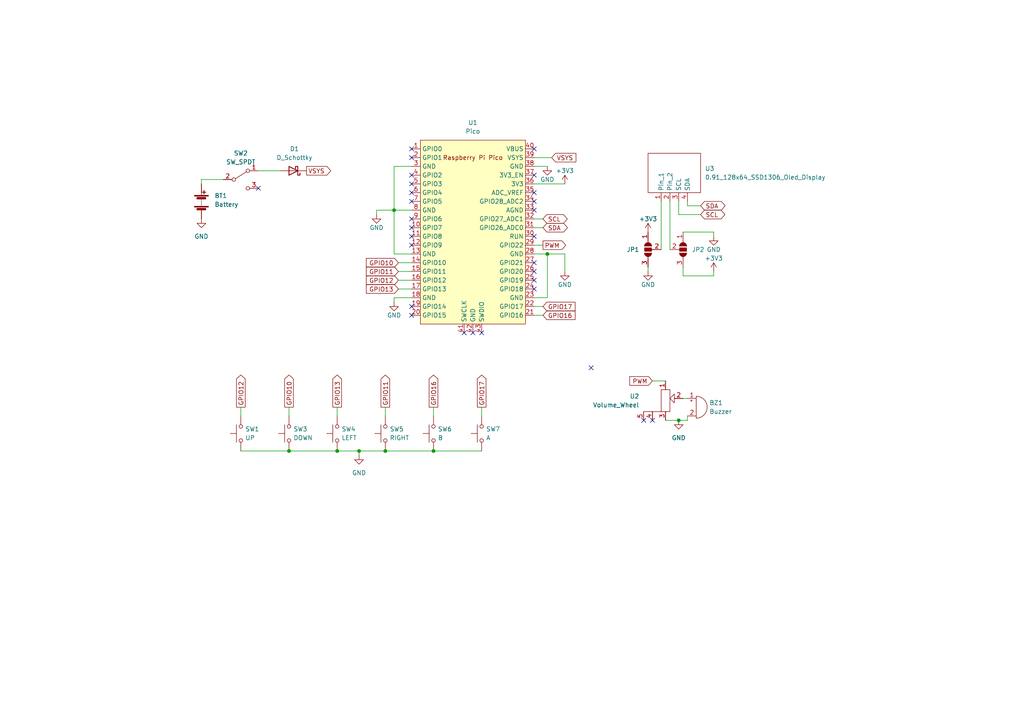
<source format=kicad_sch>
(kicad_sch (version 20211123) (generator eeschema)

  (uuid e63e39d7-6ac0-4ffd-8aa3-1841a4541b55)

  (paper "A4")

  (lib_symbols
    (symbol "0.91_128x64_SSD1306_Oled_Display:0.91_128x64_SSD1306_Oled_Display" (in_bom yes) (on_board yes)
      (property "Reference" "U" (id 0) (at 0 10.16 0)
        (effects (font (size 1.27 1.27)))
      )
      (property "Value" "0.91_128x64_SSD1306_Oled_Display" (id 1) (at 0 7.62 0)
        (effects (font (size 1.27 1.27)))
      )
      (property "Footprint" "" (id 2) (at 0 7.62 0)
        (effects (font (size 1.27 1.27)) hide)
      )
      (property "Datasheet" "" (id 3) (at 0 7.62 0)
        (effects (font (size 1.27 1.27)) hide)
      )
      (symbol "0.91_128x64_SSD1306_Oled_Display_0_1"
        (rectangle (start -7.62 5.08) (end 7.62 -6.35)
          (stroke (width 0) (type default) (color 0 0 0 0))
          (fill (type none))
        )
      )
      (symbol "0.91_128x64_SSD1306_Oled_Display_1_1"
        (pin power_in line (at -3.81 -8.89 90) (length 2.54)
          (name "Pin_1" (effects (font (size 1.27 1.27))))
          (number "1" (effects (font (size 1.27 1.27))))
        )
        (pin power_in line (at -1.27 -8.89 90) (length 2.54)
          (name "Pin_2" (effects (font (size 1.27 1.27))))
          (number "2" (effects (font (size 1.27 1.27))))
        )
        (pin input line (at 1.27 -8.89 90) (length 2.54)
          (name "SCL" (effects (font (size 1.27 1.27))))
          (number "3" (effects (font (size 1.27 1.27))))
        )
        (pin input line (at 3.81 -8.89 90) (length 2.54)
          (name "SDA" (effects (font (size 1.27 1.27))))
          (number "4" (effects (font (size 1.27 1.27))))
        )
      )
    )
    (symbol "Device:Battery" (pin_numbers hide) (pin_names (offset 0) hide) (in_bom yes) (on_board yes)
      (property "Reference" "BT" (id 0) (at 2.54 2.54 0)
        (effects (font (size 1.27 1.27)) (justify left))
      )
      (property "Value" "Battery" (id 1) (at 2.54 0 0)
        (effects (font (size 1.27 1.27)) (justify left))
      )
      (property "Footprint" "" (id 2) (at 0 1.524 90)
        (effects (font (size 1.27 1.27)) hide)
      )
      (property "Datasheet" "~" (id 3) (at 0 1.524 90)
        (effects (font (size 1.27 1.27)) hide)
      )
      (property "ki_keywords" "batt voltage-source cell" (id 4) (at 0 0 0)
        (effects (font (size 1.27 1.27)) hide)
      )
      (property "ki_description" "Multiple-cell battery" (id 5) (at 0 0 0)
        (effects (font (size 1.27 1.27)) hide)
      )
      (symbol "Battery_0_1"
        (rectangle (start -2.032 -1.397) (end 2.032 -1.651)
          (stroke (width 0) (type default) (color 0 0 0 0))
          (fill (type outline))
        )
        (rectangle (start -2.032 1.778) (end 2.032 1.524)
          (stroke (width 0) (type default) (color 0 0 0 0))
          (fill (type outline))
        )
        (rectangle (start -1.3208 -1.9812) (end 1.27 -2.4892)
          (stroke (width 0) (type default) (color 0 0 0 0))
          (fill (type outline))
        )
        (rectangle (start -1.3208 1.1938) (end 1.27 0.6858)
          (stroke (width 0) (type default) (color 0 0 0 0))
          (fill (type outline))
        )
        (polyline
          (pts
            (xy 0 -1.524)
            (xy 0 -1.27)
          )
          (stroke (width 0) (type default) (color 0 0 0 0))
          (fill (type none))
        )
        (polyline
          (pts
            (xy 0 -1.016)
            (xy 0 -0.762)
          )
          (stroke (width 0) (type default) (color 0 0 0 0))
          (fill (type none))
        )
        (polyline
          (pts
            (xy 0 -0.508)
            (xy 0 -0.254)
          )
          (stroke (width 0) (type default) (color 0 0 0 0))
          (fill (type none))
        )
        (polyline
          (pts
            (xy 0 0)
            (xy 0 0.254)
          )
          (stroke (width 0) (type default) (color 0 0 0 0))
          (fill (type none))
        )
        (polyline
          (pts
            (xy 0 0.508)
            (xy 0 0.762)
          )
          (stroke (width 0) (type default) (color 0 0 0 0))
          (fill (type none))
        )
        (polyline
          (pts
            (xy 0 1.778)
            (xy 0 2.54)
          )
          (stroke (width 0) (type default) (color 0 0 0 0))
          (fill (type none))
        )
        (polyline
          (pts
            (xy 0.254 2.667)
            (xy 1.27 2.667)
          )
          (stroke (width 0.254) (type default) (color 0 0 0 0))
          (fill (type none))
        )
        (polyline
          (pts
            (xy 0.762 3.175)
            (xy 0.762 2.159)
          )
          (stroke (width 0.254) (type default) (color 0 0 0 0))
          (fill (type none))
        )
      )
      (symbol "Battery_1_1"
        (pin passive line (at 0 5.08 270) (length 2.54)
          (name "+" (effects (font (size 1.27 1.27))))
          (number "1" (effects (font (size 1.27 1.27))))
        )
        (pin passive line (at 0 -5.08 90) (length 2.54)
          (name "-" (effects (font (size 1.27 1.27))))
          (number "2" (effects (font (size 1.27 1.27))))
        )
      )
    )
    (symbol "Device:Buzzer" (pin_names (offset 0.0254) hide) (in_bom yes) (on_board yes)
      (property "Reference" "BZ" (id 0) (at 3.81 1.27 0)
        (effects (font (size 1.27 1.27)) (justify left))
      )
      (property "Value" "Buzzer" (id 1) (at 3.81 -1.27 0)
        (effects (font (size 1.27 1.27)) (justify left))
      )
      (property "Footprint" "" (id 2) (at -0.635 2.54 90)
        (effects (font (size 1.27 1.27)) hide)
      )
      (property "Datasheet" "~" (id 3) (at -0.635 2.54 90)
        (effects (font (size 1.27 1.27)) hide)
      )
      (property "ki_keywords" "quartz resonator ceramic" (id 4) (at 0 0 0)
        (effects (font (size 1.27 1.27)) hide)
      )
      (property "ki_description" "Buzzer, polarized" (id 5) (at 0 0 0)
        (effects (font (size 1.27 1.27)) hide)
      )
      (property "ki_fp_filters" "*Buzzer*" (id 6) (at 0 0 0)
        (effects (font (size 1.27 1.27)) hide)
      )
      (symbol "Buzzer_0_1"
        (arc (start 0 -3.175) (mid 3.175 0) (end 0 3.175)
          (stroke (width 0) (type default) (color 0 0 0 0))
          (fill (type none))
        )
        (polyline
          (pts
            (xy -1.651 1.905)
            (xy -1.143 1.905)
          )
          (stroke (width 0) (type default) (color 0 0 0 0))
          (fill (type none))
        )
        (polyline
          (pts
            (xy -1.397 2.159)
            (xy -1.397 1.651)
          )
          (stroke (width 0) (type default) (color 0 0 0 0))
          (fill (type none))
        )
        (polyline
          (pts
            (xy 0 3.175)
            (xy 0 -3.175)
          )
          (stroke (width 0) (type default) (color 0 0 0 0))
          (fill (type none))
        )
      )
      (symbol "Buzzer_1_1"
        (pin passive line (at -2.54 2.54 0) (length 2.54)
          (name "-" (effects (font (size 1.27 1.27))))
          (number "1" (effects (font (size 1.27 1.27))))
        )
        (pin passive line (at -2.54 -2.54 0) (length 2.54)
          (name "+" (effects (font (size 1.27 1.27))))
          (number "2" (effects (font (size 1.27 1.27))))
        )
      )
    )
    (symbol "Device:D_Schottky" (pin_numbers hide) (pin_names (offset 1.016) hide) (in_bom yes) (on_board yes)
      (property "Reference" "D" (id 0) (at 0 2.54 0)
        (effects (font (size 1.27 1.27)))
      )
      (property "Value" "D_Schottky" (id 1) (at 0 -2.54 0)
        (effects (font (size 1.27 1.27)))
      )
      (property "Footprint" "" (id 2) (at 0 0 0)
        (effects (font (size 1.27 1.27)) hide)
      )
      (property "Datasheet" "~" (id 3) (at 0 0 0)
        (effects (font (size 1.27 1.27)) hide)
      )
      (property "ki_keywords" "diode Schottky" (id 4) (at 0 0 0)
        (effects (font (size 1.27 1.27)) hide)
      )
      (property "ki_description" "Schottky diode" (id 5) (at 0 0 0)
        (effects (font (size 1.27 1.27)) hide)
      )
      (property "ki_fp_filters" "TO-???* *_Diode_* *SingleDiode* D_*" (id 6) (at 0 0 0)
        (effects (font (size 1.27 1.27)) hide)
      )
      (symbol "D_Schottky_0_1"
        (polyline
          (pts
            (xy 1.27 0)
            (xy -1.27 0)
          )
          (stroke (width 0) (type default) (color 0 0 0 0))
          (fill (type none))
        )
        (polyline
          (pts
            (xy 1.27 1.27)
            (xy 1.27 -1.27)
            (xy -1.27 0)
            (xy 1.27 1.27)
          )
          (stroke (width 0.254) (type default) (color 0 0 0 0))
          (fill (type none))
        )
        (polyline
          (pts
            (xy -1.905 0.635)
            (xy -1.905 1.27)
            (xy -1.27 1.27)
            (xy -1.27 -1.27)
            (xy -0.635 -1.27)
            (xy -0.635 -0.635)
          )
          (stroke (width 0.254) (type default) (color 0 0 0 0))
          (fill (type none))
        )
      )
      (symbol "D_Schottky_1_1"
        (pin passive line (at -3.81 0 0) (length 2.54)
          (name "K" (effects (font (size 1.27 1.27))))
          (number "1" (effects (font (size 1.27 1.27))))
        )
        (pin passive line (at 3.81 0 180) (length 2.54)
          (name "A" (effects (font (size 1.27 1.27))))
          (number "2" (effects (font (size 1.27 1.27))))
        )
      )
    )
    (symbol "Jumper:SolderJumper_3_Open" (pin_names (offset 0) hide) (in_bom yes) (on_board yes)
      (property "Reference" "JP" (id 0) (at -2.54 -2.54 0)
        (effects (font (size 1.27 1.27)))
      )
      (property "Value" "SolderJumper_3_Open" (id 1) (at 0 2.794 0)
        (effects (font (size 1.27 1.27)))
      )
      (property "Footprint" "" (id 2) (at 0 0 0)
        (effects (font (size 1.27 1.27)) hide)
      )
      (property "Datasheet" "~" (id 3) (at 0 0 0)
        (effects (font (size 1.27 1.27)) hide)
      )
      (property "ki_keywords" "Solder Jumper SPDT" (id 4) (at 0 0 0)
        (effects (font (size 1.27 1.27)) hide)
      )
      (property "ki_description" "Solder Jumper, 3-pole, open" (id 5) (at 0 0 0)
        (effects (font (size 1.27 1.27)) hide)
      )
      (property "ki_fp_filters" "SolderJumper*Open*" (id 6) (at 0 0 0)
        (effects (font (size 1.27 1.27)) hide)
      )
      (symbol "SolderJumper_3_Open_0_1"
        (arc (start -1.016 1.016) (mid -2.032 0) (end -1.016 -1.016)
          (stroke (width 0) (type default) (color 0 0 0 0))
          (fill (type none))
        )
        (arc (start -1.016 1.016) (mid -2.032 0) (end -1.016 -1.016)
          (stroke (width 0) (type default) (color 0 0 0 0))
          (fill (type outline))
        )
        (rectangle (start -0.508 1.016) (end 0.508 -1.016)
          (stroke (width 0) (type default) (color 0 0 0 0))
          (fill (type outline))
        )
        (polyline
          (pts
            (xy -2.54 0)
            (xy -2.032 0)
          )
          (stroke (width 0) (type default) (color 0 0 0 0))
          (fill (type none))
        )
        (polyline
          (pts
            (xy -1.016 1.016)
            (xy -1.016 -1.016)
          )
          (stroke (width 0) (type default) (color 0 0 0 0))
          (fill (type none))
        )
        (polyline
          (pts
            (xy 0 -1.27)
            (xy 0 -1.016)
          )
          (stroke (width 0) (type default) (color 0 0 0 0))
          (fill (type none))
        )
        (polyline
          (pts
            (xy 1.016 1.016)
            (xy 1.016 -1.016)
          )
          (stroke (width 0) (type default) (color 0 0 0 0))
          (fill (type none))
        )
        (polyline
          (pts
            (xy 2.54 0)
            (xy 2.032 0)
          )
          (stroke (width 0) (type default) (color 0 0 0 0))
          (fill (type none))
        )
        (arc (start 1.016 -1.016) (mid 2.032 0) (end 1.016 1.016)
          (stroke (width 0) (type default) (color 0 0 0 0))
          (fill (type none))
        )
        (arc (start 1.016 -1.016) (mid 2.032 0) (end 1.016 1.016)
          (stroke (width 0) (type default) (color 0 0 0 0))
          (fill (type outline))
        )
      )
      (symbol "SolderJumper_3_Open_1_1"
        (pin passive line (at -5.08 0 0) (length 2.54)
          (name "A" (effects (font (size 1.27 1.27))))
          (number "1" (effects (font (size 1.27 1.27))))
        )
        (pin passive line (at 0 -3.81 90) (length 2.54)
          (name "C" (effects (font (size 1.27 1.27))))
          (number "2" (effects (font (size 1.27 1.27))))
        )
        (pin passive line (at 5.08 0 180) (length 2.54)
          (name "B" (effects (font (size 1.27 1.27))))
          (number "3" (effects (font (size 1.27 1.27))))
        )
      )
    )
    (symbol "MCU_RaspberryPi_and_Boards:Pico" (in_bom yes) (on_board yes)
      (property "Reference" "U" (id 0) (at -13.97 27.94 0)
        (effects (font (size 1.27 1.27)))
      )
      (property "Value" "Pico" (id 1) (at 0 19.05 0)
        (effects (font (size 1.27 1.27)))
      )
      (property "Footprint" "RPi_Pico:RPi_Pico_SMD_TH" (id 2) (at 0 0 90)
        (effects (font (size 1.27 1.27)) hide)
      )
      (property "Datasheet" "" (id 3) (at 0 0 0)
        (effects (font (size 1.27 1.27)) hide)
      )
      (symbol "Pico_0_0"
        (text "Raspberry Pi Pico" (at 0 21.59 0)
          (effects (font (size 1.27 1.27)))
        )
      )
      (symbol "Pico_0_1"
        (rectangle (start -15.24 26.67) (end 15.24 -26.67)
          (stroke (width 0) (type default) (color 0 0 0 0))
          (fill (type background))
        )
      )
      (symbol "Pico_1_1"
        (pin bidirectional line (at -17.78 24.13 0) (length 2.54)
          (name "GPIO0" (effects (font (size 1.27 1.27))))
          (number "1" (effects (font (size 1.27 1.27))))
        )
        (pin bidirectional line (at -17.78 1.27 0) (length 2.54)
          (name "GPIO7" (effects (font (size 1.27 1.27))))
          (number "10" (effects (font (size 1.27 1.27))))
        )
        (pin bidirectional line (at -17.78 -1.27 0) (length 2.54)
          (name "GPIO8" (effects (font (size 1.27 1.27))))
          (number "11" (effects (font (size 1.27 1.27))))
        )
        (pin bidirectional line (at -17.78 -3.81 0) (length 2.54)
          (name "GPIO9" (effects (font (size 1.27 1.27))))
          (number "12" (effects (font (size 1.27 1.27))))
        )
        (pin power_in line (at -17.78 -6.35 0) (length 2.54)
          (name "GND" (effects (font (size 1.27 1.27))))
          (number "13" (effects (font (size 1.27 1.27))))
        )
        (pin bidirectional line (at -17.78 -8.89 0) (length 2.54)
          (name "GPIO10" (effects (font (size 1.27 1.27))))
          (number "14" (effects (font (size 1.27 1.27))))
        )
        (pin bidirectional line (at -17.78 -11.43 0) (length 2.54)
          (name "GPIO11" (effects (font (size 1.27 1.27))))
          (number "15" (effects (font (size 1.27 1.27))))
        )
        (pin bidirectional line (at -17.78 -13.97 0) (length 2.54)
          (name "GPIO12" (effects (font (size 1.27 1.27))))
          (number "16" (effects (font (size 1.27 1.27))))
        )
        (pin bidirectional line (at -17.78 -16.51 0) (length 2.54)
          (name "GPIO13" (effects (font (size 1.27 1.27))))
          (number "17" (effects (font (size 1.27 1.27))))
        )
        (pin power_in line (at -17.78 -19.05 0) (length 2.54)
          (name "GND" (effects (font (size 1.27 1.27))))
          (number "18" (effects (font (size 1.27 1.27))))
        )
        (pin bidirectional line (at -17.78 -21.59 0) (length 2.54)
          (name "GPIO14" (effects (font (size 1.27 1.27))))
          (number "19" (effects (font (size 1.27 1.27))))
        )
        (pin bidirectional line (at -17.78 21.59 0) (length 2.54)
          (name "GPIO1" (effects (font (size 1.27 1.27))))
          (number "2" (effects (font (size 1.27 1.27))))
        )
        (pin bidirectional line (at -17.78 -24.13 0) (length 2.54)
          (name "GPIO15" (effects (font (size 1.27 1.27))))
          (number "20" (effects (font (size 1.27 1.27))))
        )
        (pin bidirectional line (at 17.78 -24.13 180) (length 2.54)
          (name "GPIO16" (effects (font (size 1.27 1.27))))
          (number "21" (effects (font (size 1.27 1.27))))
        )
        (pin bidirectional line (at 17.78 -21.59 180) (length 2.54)
          (name "GPIO17" (effects (font (size 1.27 1.27))))
          (number "22" (effects (font (size 1.27 1.27))))
        )
        (pin power_in line (at 17.78 -19.05 180) (length 2.54)
          (name "GND" (effects (font (size 1.27 1.27))))
          (number "23" (effects (font (size 1.27 1.27))))
        )
        (pin bidirectional line (at 17.78 -16.51 180) (length 2.54)
          (name "GPIO18" (effects (font (size 1.27 1.27))))
          (number "24" (effects (font (size 1.27 1.27))))
        )
        (pin bidirectional line (at 17.78 -13.97 180) (length 2.54)
          (name "GPIO19" (effects (font (size 1.27 1.27))))
          (number "25" (effects (font (size 1.27 1.27))))
        )
        (pin bidirectional line (at 17.78 -11.43 180) (length 2.54)
          (name "GPIO20" (effects (font (size 1.27 1.27))))
          (number "26" (effects (font (size 1.27 1.27))))
        )
        (pin bidirectional line (at 17.78 -8.89 180) (length 2.54)
          (name "GPIO21" (effects (font (size 1.27 1.27))))
          (number "27" (effects (font (size 1.27 1.27))))
        )
        (pin power_in line (at 17.78 -6.35 180) (length 2.54)
          (name "GND" (effects (font (size 1.27 1.27))))
          (number "28" (effects (font (size 1.27 1.27))))
        )
        (pin bidirectional line (at 17.78 -3.81 180) (length 2.54)
          (name "GPIO22" (effects (font (size 1.27 1.27))))
          (number "29" (effects (font (size 1.27 1.27))))
        )
        (pin power_in line (at -17.78 19.05 0) (length 2.54)
          (name "GND" (effects (font (size 1.27 1.27))))
          (number "3" (effects (font (size 1.27 1.27))))
        )
        (pin input line (at 17.78 -1.27 180) (length 2.54)
          (name "RUN" (effects (font (size 1.27 1.27))))
          (number "30" (effects (font (size 1.27 1.27))))
        )
        (pin bidirectional line (at 17.78 1.27 180) (length 2.54)
          (name "GPIO26_ADC0" (effects (font (size 1.27 1.27))))
          (number "31" (effects (font (size 1.27 1.27))))
        )
        (pin bidirectional line (at 17.78 3.81 180) (length 2.54)
          (name "GPIO27_ADC1" (effects (font (size 1.27 1.27))))
          (number "32" (effects (font (size 1.27 1.27))))
        )
        (pin power_in line (at 17.78 6.35 180) (length 2.54)
          (name "AGND" (effects (font (size 1.27 1.27))))
          (number "33" (effects (font (size 1.27 1.27))))
        )
        (pin bidirectional line (at 17.78 8.89 180) (length 2.54)
          (name "GPIO28_ADC2" (effects (font (size 1.27 1.27))))
          (number "34" (effects (font (size 1.27 1.27))))
        )
        (pin power_in line (at 17.78 11.43 180) (length 2.54)
          (name "ADC_VREF" (effects (font (size 1.27 1.27))))
          (number "35" (effects (font (size 1.27 1.27))))
        )
        (pin power_in line (at 17.78 13.97 180) (length 2.54)
          (name "3V3" (effects (font (size 1.27 1.27))))
          (number "36" (effects (font (size 1.27 1.27))))
        )
        (pin input line (at 17.78 16.51 180) (length 2.54)
          (name "3V3_EN" (effects (font (size 1.27 1.27))))
          (number "37" (effects (font (size 1.27 1.27))))
        )
        (pin bidirectional line (at 17.78 19.05 180) (length 2.54)
          (name "GND" (effects (font (size 1.27 1.27))))
          (number "38" (effects (font (size 1.27 1.27))))
        )
        (pin power_in line (at 17.78 21.59 180) (length 2.54)
          (name "VSYS" (effects (font (size 1.27 1.27))))
          (number "39" (effects (font (size 1.27 1.27))))
        )
        (pin bidirectional line (at -17.78 16.51 0) (length 2.54)
          (name "GPIO2" (effects (font (size 1.27 1.27))))
          (number "4" (effects (font (size 1.27 1.27))))
        )
        (pin power_in line (at 17.78 24.13 180) (length 2.54)
          (name "VBUS" (effects (font (size 1.27 1.27))))
          (number "40" (effects (font (size 1.27 1.27))))
        )
        (pin input line (at -2.54 -29.21 90) (length 2.54)
          (name "SWCLK" (effects (font (size 1.27 1.27))))
          (number "41" (effects (font (size 1.27 1.27))))
        )
        (pin power_in line (at 0 -29.21 90) (length 2.54)
          (name "GND" (effects (font (size 1.27 1.27))))
          (number "42" (effects (font (size 1.27 1.27))))
        )
        (pin bidirectional line (at 2.54 -29.21 90) (length 2.54)
          (name "SWDIO" (effects (font (size 1.27 1.27))))
          (number "43" (effects (font (size 1.27 1.27))))
        )
        (pin bidirectional line (at -17.78 13.97 0) (length 2.54)
          (name "GPIO3" (effects (font (size 1.27 1.27))))
          (number "5" (effects (font (size 1.27 1.27))))
        )
        (pin bidirectional line (at -17.78 11.43 0) (length 2.54)
          (name "GPIO4" (effects (font (size 1.27 1.27))))
          (number "6" (effects (font (size 1.27 1.27))))
        )
        (pin bidirectional line (at -17.78 8.89 0) (length 2.54)
          (name "GPIO5" (effects (font (size 1.27 1.27))))
          (number "7" (effects (font (size 1.27 1.27))))
        )
        (pin power_in line (at -17.78 6.35 0) (length 2.54)
          (name "GND" (effects (font (size 1.27 1.27))))
          (number "8" (effects (font (size 1.27 1.27))))
        )
        (pin bidirectional line (at -17.78 3.81 0) (length 2.54)
          (name "GPIO6" (effects (font (size 1.27 1.27))))
          (number "9" (effects (font (size 1.27 1.27))))
        )
      )
    )
    (symbol "Switch:SW_Push" (pin_numbers hide) (pin_names (offset 1.016) hide) (in_bom yes) (on_board yes)
      (property "Reference" "SW" (id 0) (at 1.27 2.54 0)
        (effects (font (size 1.27 1.27)) (justify left))
      )
      (property "Value" "SW_Push" (id 1) (at 0 -1.524 0)
        (effects (font (size 1.27 1.27)))
      )
      (property "Footprint" "" (id 2) (at 0 5.08 0)
        (effects (font (size 1.27 1.27)) hide)
      )
      (property "Datasheet" "~" (id 3) (at 0 5.08 0)
        (effects (font (size 1.27 1.27)) hide)
      )
      (property "ki_keywords" "switch normally-open pushbutton push-button" (id 4) (at 0 0 0)
        (effects (font (size 1.27 1.27)) hide)
      )
      (property "ki_description" "Push button switch, generic, two pins" (id 5) (at 0 0 0)
        (effects (font (size 1.27 1.27)) hide)
      )
      (symbol "SW_Push_0_1"
        (circle (center -2.032 0) (radius 0.508)
          (stroke (width 0) (type default) (color 0 0 0 0))
          (fill (type none))
        )
        (polyline
          (pts
            (xy 0 1.27)
            (xy 0 3.048)
          )
          (stroke (width 0) (type default) (color 0 0 0 0))
          (fill (type none))
        )
        (polyline
          (pts
            (xy 2.54 1.27)
            (xy -2.54 1.27)
          )
          (stroke (width 0) (type default) (color 0 0 0 0))
          (fill (type none))
        )
        (circle (center 2.032 0) (radius 0.508)
          (stroke (width 0) (type default) (color 0 0 0 0))
          (fill (type none))
        )
        (pin passive line (at -5.08 0 0) (length 2.54)
          (name "1" (effects (font (size 1.27 1.27))))
          (number "1" (effects (font (size 1.27 1.27))))
        )
        (pin passive line (at 5.08 0 180) (length 2.54)
          (name "2" (effects (font (size 1.27 1.27))))
          (number "2" (effects (font (size 1.27 1.27))))
        )
      )
    )
    (symbol "Switch:SW_SPDT" (pin_names (offset 0) hide) (in_bom yes) (on_board yes)
      (property "Reference" "SW" (id 0) (at 0 4.318 0)
        (effects (font (size 1.27 1.27)))
      )
      (property "Value" "SW_SPDT" (id 1) (at 0 -5.08 0)
        (effects (font (size 1.27 1.27)))
      )
      (property "Footprint" "" (id 2) (at 0 0 0)
        (effects (font (size 1.27 1.27)) hide)
      )
      (property "Datasheet" "~" (id 3) (at 0 0 0)
        (effects (font (size 1.27 1.27)) hide)
      )
      (property "ki_keywords" "switch single-pole double-throw spdt ON-ON" (id 4) (at 0 0 0)
        (effects (font (size 1.27 1.27)) hide)
      )
      (property "ki_description" "Switch, single pole double throw" (id 5) (at 0 0 0)
        (effects (font (size 1.27 1.27)) hide)
      )
      (symbol "SW_SPDT_0_0"
        (circle (center -2.032 0) (radius 0.508)
          (stroke (width 0) (type default) (color 0 0 0 0))
          (fill (type none))
        )
        (circle (center 2.032 -2.54) (radius 0.508)
          (stroke (width 0) (type default) (color 0 0 0 0))
          (fill (type none))
        )
      )
      (symbol "SW_SPDT_0_1"
        (polyline
          (pts
            (xy -1.524 0.254)
            (xy 1.651 2.286)
          )
          (stroke (width 0) (type default) (color 0 0 0 0))
          (fill (type none))
        )
        (circle (center 2.032 2.54) (radius 0.508)
          (stroke (width 0) (type default) (color 0 0 0 0))
          (fill (type none))
        )
      )
      (symbol "SW_SPDT_1_1"
        (pin passive line (at 5.08 2.54 180) (length 2.54)
          (name "A" (effects (font (size 1.27 1.27))))
          (number "1" (effects (font (size 1.27 1.27))))
        )
        (pin passive line (at -5.08 0 0) (length 2.54)
          (name "B" (effects (font (size 1.27 1.27))))
          (number "2" (effects (font (size 1.27 1.27))))
        )
        (pin passive line (at 5.08 -2.54 180) (length 2.54)
          (name "C" (effects (font (size 1.27 1.27))))
          (number "3" (effects (font (size 1.27 1.27))))
        )
      )
    )
    (symbol "Volume_Wheel:Volume_Wheel" (in_bom yes) (on_board yes)
      (property "Reference" "U" (id 0) (at 8.89 -7.62 0)
        (effects (font (size 1.27 1.27)))
      )
      (property "Value" "Volume_Wheel" (id 1) (at 8.89 -10.16 0)
        (effects (font (size 1.27 1.27)))
      )
      (property "Footprint" "" (id 2) (at 0 0 0)
        (effects (font (size 1.27 1.27)) hide)
      )
      (property "Datasheet" "" (id 3) (at 0 0 0)
        (effects (font (size 1.27 1.27)) hide)
      )
      (symbol "Volume_Wheel_0_1"
        (rectangle (start -1.27 -5.08) (end 1.27 -11.43)
          (stroke (width 0) (type default) (color 0 0 0 0))
          (fill (type none))
        )
        (polyline
          (pts
            (xy 1.27 -11.43)
            (xy 6.35 -11.43)
          )
          (stroke (width 0) (type default) (color 0 0 0 0))
          (fill (type none))
        )
        (polyline
          (pts
            (xy -2.54 -6.35)
            (xy -1.27 -7.62)
            (xy -2.54 -8.89)
            (xy -2.54 -7.62)
            (xy -2.54 -6.35)
          )
          (stroke (width 0) (type default) (color 0 0 0 0))
          (fill (type none))
        )
      )
      (symbol "Volume_Wheel_1_1"
        (pin passive line (at 0 -2.54 270) (length 2.54)
          (name "" (effects (font (size 1.27 1.27))))
          (number "1" (effects (font (size 1.27 1.27))))
        )
        (pin passive line (at -5.08 -7.62 0) (length 2.54)
          (name "" (effects (font (size 1.27 1.27))))
          (number "2" (effects (font (size 1.27 1.27))))
        )
        (pin passive line (at 0 -13.97 90) (length 2.54)
          (name "" (effects (font (size 1.27 1.27))))
          (number "3" (effects (font (size 1.27 1.27))))
        )
        (pin passive line (at 3.81 -13.97 90) (length 2.54)
          (name "" (effects (font (size 1.27 1.27))))
          (number "4" (effects (font (size 1.27 1.27))))
        )
        (pin passive line (at 6.35 -13.97 90) (length 2.54)
          (name "" (effects (font (size 1.27 1.27))))
          (number "5" (effects (font (size 1.27 1.27))))
        )
      )
    )
    (symbol "power:+3V3" (power) (pin_names (offset 0)) (in_bom yes) (on_board yes)
      (property "Reference" "#PWR" (id 0) (at 0 -3.81 0)
        (effects (font (size 1.27 1.27)) hide)
      )
      (property "Value" "+3V3" (id 1) (at 0 3.556 0)
        (effects (font (size 1.27 1.27)))
      )
      (property "Footprint" "" (id 2) (at 0 0 0)
        (effects (font (size 1.27 1.27)) hide)
      )
      (property "Datasheet" "" (id 3) (at 0 0 0)
        (effects (font (size 1.27 1.27)) hide)
      )
      (property "ki_keywords" "power-flag" (id 4) (at 0 0 0)
        (effects (font (size 1.27 1.27)) hide)
      )
      (property "ki_description" "Power symbol creates a global label with name \"+3V3\"" (id 5) (at 0 0 0)
        (effects (font (size 1.27 1.27)) hide)
      )
      (symbol "+3V3_0_1"
        (polyline
          (pts
            (xy -0.762 1.27)
            (xy 0 2.54)
          )
          (stroke (width 0) (type default) (color 0 0 0 0))
          (fill (type none))
        )
        (polyline
          (pts
            (xy 0 0)
            (xy 0 2.54)
          )
          (stroke (width 0) (type default) (color 0 0 0 0))
          (fill (type none))
        )
        (polyline
          (pts
            (xy 0 2.54)
            (xy 0.762 1.27)
          )
          (stroke (width 0) (type default) (color 0 0 0 0))
          (fill (type none))
        )
      )
      (symbol "+3V3_1_1"
        (pin power_in line (at 0 0 90) (length 0) hide
          (name "+3V3" (effects (font (size 1.27 1.27))))
          (number "1" (effects (font (size 1.27 1.27))))
        )
      )
    )
    (symbol "power:GND" (power) (pin_names (offset 0)) (in_bom yes) (on_board yes)
      (property "Reference" "#PWR" (id 0) (at 0 -6.35 0)
        (effects (font (size 1.27 1.27)) hide)
      )
      (property "Value" "GND" (id 1) (at 0 -3.81 0)
        (effects (font (size 1.27 1.27)))
      )
      (property "Footprint" "" (id 2) (at 0 0 0)
        (effects (font (size 1.27 1.27)) hide)
      )
      (property "Datasheet" "" (id 3) (at 0 0 0)
        (effects (font (size 1.27 1.27)) hide)
      )
      (property "ki_keywords" "power-flag" (id 4) (at 0 0 0)
        (effects (font (size 1.27 1.27)) hide)
      )
      (property "ki_description" "Power symbol creates a global label with name \"GND\" , ground" (id 5) (at 0 0 0)
        (effects (font (size 1.27 1.27)) hide)
      )
      (symbol "GND_0_1"
        (polyline
          (pts
            (xy 0 0)
            (xy 0 -1.27)
            (xy 1.27 -1.27)
            (xy 0 -2.54)
            (xy -1.27 -1.27)
            (xy 0 -1.27)
          )
          (stroke (width 0) (type default) (color 0 0 0 0))
          (fill (type none))
        )
      )
      (symbol "GND_1_1"
        (pin power_in line (at 0 0 270) (length 0) hide
          (name "GND" (effects (font (size 1.27 1.27))))
          (number "1" (effects (font (size 1.27 1.27))))
        )
      )
    )
  )

  (junction (at 125.73 130.81) (diameter 0) (color 0 0 0 0)
    (uuid 30ecfcb0-3aec-463f-80b8-033939df41c1)
  )
  (junction (at 83.82 130.81) (diameter 0) (color 0 0 0 0)
    (uuid 45858cb8-95c3-4566-b84f-f797c699e693)
  )
  (junction (at 196.85 121.92) (diameter 0) (color 0 0 0 0)
    (uuid 627b6599-eb4a-41e3-93be-27f9acd95e57)
  )
  (junction (at 158.75 73.66) (diameter 0) (color 0 0 0 0)
    (uuid 6ee9df19-b562-49a1-9f8e-720001478a2e)
  )
  (junction (at 104.14 130.81) (diameter 0) (color 0 0 0 0)
    (uuid 92d4943e-0697-4ad9-b37f-ee97afc4ea2d)
  )
  (junction (at 114.3 60.96) (diameter 0) (color 0 0 0 0)
    (uuid 9e416383-b9f6-4ed3-9baf-015520570708)
  )
  (junction (at 97.79 130.81) (diameter 0) (color 0 0 0 0)
    (uuid bd79425a-9369-4624-a5a8-912ac9a71c42)
  )
  (junction (at 111.76 130.81) (diameter 0) (color 0 0 0 0)
    (uuid cbea590c-57f9-4093-bec2-23e0f12359de)
  )

  (no_connect (at 171.45 106.68) (uuid 470d0828-9b26-495b-a9f0-cda7285aedb7))
  (no_connect (at 139.7 96.52) (uuid 470d0828-9b26-495b-a9f0-cda7285aedb8))
  (no_connect (at 137.16 96.52) (uuid 470d0828-9b26-495b-a9f0-cda7285aedb9))
  (no_connect (at 134.62 96.52) (uuid 470d0828-9b26-495b-a9f0-cda7285aedba))
  (no_connect (at 74.93 54.61) (uuid 470d0828-9b26-495b-a9f0-cda7285aedbb))
  (no_connect (at 119.38 63.5) (uuid 61f51941-8eb0-4f97-99f5-cdfbd5d641f4))
  (no_connect (at 119.38 66.04) (uuid 61f51941-8eb0-4f97-99f5-cdfbd5d641f5))
  (no_connect (at 119.38 68.58) (uuid 61f51941-8eb0-4f97-99f5-cdfbd5d641f6))
  (no_connect (at 119.38 71.12) (uuid 61f51941-8eb0-4f97-99f5-cdfbd5d641f7))
  (no_connect (at 119.38 55.88) (uuid 61f51941-8eb0-4f97-99f5-cdfbd5d641f8))
  (no_connect (at 119.38 58.42) (uuid 61f51941-8eb0-4f97-99f5-cdfbd5d641f9))
  (no_connect (at 119.38 53.34) (uuid 61f51941-8eb0-4f97-99f5-cdfbd5d641fa))
  (no_connect (at 119.38 50.8) (uuid 61f51941-8eb0-4f97-99f5-cdfbd5d641fb))
  (no_connect (at 119.38 45.72) (uuid 6901bbe1-2175-4af2-b2de-4adc0350b9a5))
  (no_connect (at 119.38 43.18) (uuid 6901bbe1-2175-4af2-b2de-4adc0350b9a6))
  (no_connect (at 154.94 50.8) (uuid 874901d1-e888-453c-a833-687772a576d9))
  (no_connect (at 154.94 43.18) (uuid 874901d1-e888-453c-a833-687772a576da))
  (no_connect (at 154.94 68.58) (uuid 98154ace-16e6-4afd-ba20-8ef50a27256e))
  (no_connect (at 154.94 60.96) (uuid 98154ace-16e6-4afd-ba20-8ef50a27256f))
  (no_connect (at 154.94 58.42) (uuid 98154ace-16e6-4afd-ba20-8ef50a272570))
  (no_connect (at 154.94 55.88) (uuid 98154ace-16e6-4afd-ba20-8ef50a272571))
  (no_connect (at 119.38 88.9) (uuid 98154ace-16e6-4afd-ba20-8ef50a272572))
  (no_connect (at 119.38 91.44) (uuid 98154ace-16e6-4afd-ba20-8ef50a272573))
  (no_connect (at 154.94 83.82) (uuid a0f1b528-9fd4-430c-a454-81b9396b5c5f))
  (no_connect (at 154.94 81.28) (uuid a0f1b528-9fd4-430c-a454-81b9396b5c60))
  (no_connect (at 154.94 76.2) (uuid a0f1b528-9fd4-430c-a454-81b9396b5c61))
  (no_connect (at 154.94 78.74) (uuid a0f1b528-9fd4-430c-a454-81b9396b5c62))
  (no_connect (at 189.23 121.92) (uuid b4f03842-3dba-4879-87be-f3b581b575c5))
  (no_connect (at 186.69 121.92) (uuid b4f03842-3dba-4879-87be-f3b581b575c6))

  (wire (pts (xy 154.94 71.12) (xy 157.48 71.12))
    (stroke (width 0) (type default) (color 0 0 0 0))
    (uuid 02bf9828-0d84-4cb6-a6e2-4d97c94d7fbb)
  )
  (wire (pts (xy 154.94 53.34) (xy 163.83 53.34))
    (stroke (width 0) (type default) (color 0 0 0 0))
    (uuid 08eecabd-8db6-4aff-8e7c-78d5936ece32)
  )
  (wire (pts (xy 154.94 73.66) (xy 158.75 73.66))
    (stroke (width 0) (type default) (color 0 0 0 0))
    (uuid 0e205ab9-00ec-47c0-8742-709f5437e39c)
  )
  (wire (pts (xy 154.94 86.36) (xy 158.75 86.36))
    (stroke (width 0) (type default) (color 0 0 0 0))
    (uuid 0f242023-8eca-4558-992e-e65e5284dc77)
  )
  (wire (pts (xy 199.39 120.65) (xy 199.39 121.92))
    (stroke (width 0) (type default) (color 0 0 0 0))
    (uuid 0f79c9e2-c8a9-47c4-9dbe-371d87de2eac)
  )
  (wire (pts (xy 114.3 86.36) (xy 114.3 87.63))
    (stroke (width 0) (type default) (color 0 0 0 0))
    (uuid 149ff2c2-ccbd-40e0-93db-d064436ff4ef)
  )
  (wire (pts (xy 115.57 83.82) (xy 119.38 83.82))
    (stroke (width 0) (type default) (color 0 0 0 0))
    (uuid 14cb7b41-e310-4cdc-8911-f7b0abc25d56)
  )
  (wire (pts (xy 125.73 130.81) (xy 139.7 130.81))
    (stroke (width 0) (type default) (color 0 0 0 0))
    (uuid 176dd01d-fa72-4b70-ab31-f22eed729c7b)
  )
  (wire (pts (xy 114.3 60.96) (xy 114.3 48.26))
    (stroke (width 0) (type default) (color 0 0 0 0))
    (uuid 21b70131-6eae-4de0-9bf4-25405b2fad02)
  )
  (wire (pts (xy 154.94 45.72) (xy 160.02 45.72))
    (stroke (width 0) (type default) (color 0 0 0 0))
    (uuid 2917eaab-5715-43ec-9543-3868a239610f)
  )
  (wire (pts (xy 196.85 121.92) (xy 193.04 121.92))
    (stroke (width 0) (type default) (color 0 0 0 0))
    (uuid 3651422d-18f5-4e72-b56e-364b90115b2d)
  )
  (wire (pts (xy 154.94 48.26) (xy 158.75 48.26))
    (stroke (width 0) (type default) (color 0 0 0 0))
    (uuid 37421a24-2a46-46c0-9f0a-2085c04b4948)
  )
  (wire (pts (xy 194.31 58.42) (xy 194.31 72.39))
    (stroke (width 0) (type default) (color 0 0 0 0))
    (uuid 3cefbafa-66a9-44e5-ad5a-721d7ef9560a)
  )
  (wire (pts (xy 111.76 130.81) (xy 125.73 130.81))
    (stroke (width 0) (type default) (color 0 0 0 0))
    (uuid 416a2c0c-a492-4a50-8ec1-a4f0c8eaeb63)
  )
  (wire (pts (xy 198.12 77.47) (xy 198.12 80.01))
    (stroke (width 0) (type default) (color 0 0 0 0))
    (uuid 49159d71-8244-4bb7-9e06-22208eb53ea3)
  )
  (wire (pts (xy 83.82 130.81) (xy 97.79 130.81))
    (stroke (width 0) (type default) (color 0 0 0 0))
    (uuid 4c2b2889-547e-443a-bff2-6a2f47f5510b)
  )
  (wire (pts (xy 119.38 86.36) (xy 114.3 86.36))
    (stroke (width 0) (type default) (color 0 0 0 0))
    (uuid 509c1474-7eb1-4789-9e6f-7319aee8a258)
  )
  (wire (pts (xy 69.85 118.11) (xy 69.85 120.65))
    (stroke (width 0) (type default) (color 0 0 0 0))
    (uuid 520f33f9-2569-49d7-8e7a-2377b380f84a)
  )
  (wire (pts (xy 187.96 78.74) (xy 187.96 77.47))
    (stroke (width 0) (type default) (color 0 0 0 0))
    (uuid 549e4b28-a0a7-41c0-9c21-8999b0f5efe9)
  )
  (wire (pts (xy 114.3 73.66) (xy 114.3 60.96))
    (stroke (width 0) (type default) (color 0 0 0 0))
    (uuid 59516b6c-718d-4a42-ae3f-9272ae2c3425)
  )
  (wire (pts (xy 154.94 66.04) (xy 157.48 66.04))
    (stroke (width 0) (type default) (color 0 0 0 0))
    (uuid 5a3d5af4-0116-4cdf-8ebd-b6623a82fb5c)
  )
  (wire (pts (xy 109.22 60.96) (xy 109.22 62.23))
    (stroke (width 0) (type default) (color 0 0 0 0))
    (uuid 5fb96841-ee66-46a1-9111-5a6fc3396684)
  )
  (wire (pts (xy 139.7 118.11) (xy 139.7 120.65))
    (stroke (width 0) (type default) (color 0 0 0 0))
    (uuid 6197da15-9532-49a4-95a5-2d2973253daa)
  )
  (wire (pts (xy 189.23 110.49) (xy 193.04 110.49))
    (stroke (width 0) (type default) (color 0 0 0 0))
    (uuid 698d7eac-363b-472a-aad5-c6cd46ff01ca)
  )
  (wire (pts (xy 97.79 118.11) (xy 97.79 120.65))
    (stroke (width 0) (type default) (color 0 0 0 0))
    (uuid 6c5c0114-78eb-4494-9bff-321b231c4d33)
  )
  (wire (pts (xy 207.01 67.31) (xy 207.01 68.58))
    (stroke (width 0) (type default) (color 0 0 0 0))
    (uuid 72adf81a-915d-4dc3-b76b-be337ba92f40)
  )
  (wire (pts (xy 114.3 60.96) (xy 109.22 60.96))
    (stroke (width 0) (type default) (color 0 0 0 0))
    (uuid 75eb144a-49a1-4a3a-b3fd-0576a2f3ee5b)
  )
  (wire (pts (xy 97.79 130.81) (xy 104.14 130.81))
    (stroke (width 0) (type default) (color 0 0 0 0))
    (uuid 7714273c-dee7-4cb9-aff4-94fe6c461168)
  )
  (wire (pts (xy 83.82 118.11) (xy 83.82 120.65))
    (stroke (width 0) (type default) (color 0 0 0 0))
    (uuid 7a02b4fb-27a5-423d-a1f2-7bef5a306a91)
  )
  (wire (pts (xy 198.12 67.31) (xy 207.01 67.31))
    (stroke (width 0) (type default) (color 0 0 0 0))
    (uuid 7d8d14b3-ac9b-4c5c-9f1b-df5d8b81b58f)
  )
  (wire (pts (xy 158.75 73.66) (xy 163.83 73.66))
    (stroke (width 0) (type default) (color 0 0 0 0))
    (uuid 7fcf72c9-2642-4535-a96e-6c485671af3f)
  )
  (wire (pts (xy 115.57 81.28) (xy 119.38 81.28))
    (stroke (width 0) (type default) (color 0 0 0 0))
    (uuid 8993a56b-deeb-4ce8-b466-88f6da19b1c1)
  )
  (wire (pts (xy 154.94 63.5) (xy 157.48 63.5))
    (stroke (width 0) (type default) (color 0 0 0 0))
    (uuid 8a3afe44-9027-499f-86cd-cd1b461d24fd)
  )
  (wire (pts (xy 104.14 130.81) (xy 104.14 132.08))
    (stroke (width 0) (type default) (color 0 0 0 0))
    (uuid 8ca7b1c2-4e7c-4f4e-8271-f3d55e054942)
  )
  (wire (pts (xy 191.77 58.42) (xy 191.77 72.39))
    (stroke (width 0) (type default) (color 0 0 0 0))
    (uuid 93815ac0-d1fa-43c5-bf76-cfd691b18fb3)
  )
  (wire (pts (xy 74.93 49.53) (xy 81.28 49.53))
    (stroke (width 0) (type default) (color 0 0 0 0))
    (uuid 961ca672-6817-47cb-bb92-b2549bb788cf)
  )
  (wire (pts (xy 198.12 80.01) (xy 207.01 80.01))
    (stroke (width 0) (type default) (color 0 0 0 0))
    (uuid 99e12a5f-845c-4ec5-898a-7b8af30bbabd)
  )
  (wire (pts (xy 196.85 58.42) (xy 196.85 62.23))
    (stroke (width 0) (type default) (color 0 0 0 0))
    (uuid a0c62fdc-5cb9-46ca-a086-cdeb4ca68e0d)
  )
  (wire (pts (xy 104.14 130.81) (xy 111.76 130.81))
    (stroke (width 0) (type default) (color 0 0 0 0))
    (uuid af390513-1076-4832-8d82-1b751e9b4c0a)
  )
  (wire (pts (xy 199.39 58.42) (xy 199.39 59.69))
    (stroke (width 0) (type default) (color 0 0 0 0))
    (uuid b7771a68-b18a-4bb7-8ee4-b85ea0455981)
  )
  (wire (pts (xy 154.94 88.9) (xy 157.48 88.9))
    (stroke (width 0) (type default) (color 0 0 0 0))
    (uuid b7cb9be8-2ada-4037-812e-99634e056d9d)
  )
  (wire (pts (xy 115.57 76.2) (xy 119.38 76.2))
    (stroke (width 0) (type default) (color 0 0 0 0))
    (uuid b9ddc9c7-0888-4fe6-b9b7-1996343ad01c)
  )
  (wire (pts (xy 158.75 86.36) (xy 158.75 73.66))
    (stroke (width 0) (type default) (color 0 0 0 0))
    (uuid c0e4aa5f-74a5-4d41-a3f9-11002337d669)
  )
  (wire (pts (xy 154.94 91.44) (xy 157.48 91.44))
    (stroke (width 0) (type default) (color 0 0 0 0))
    (uuid c6cd99f9-ff66-4425-adf5-8b16f8fe1967)
  )
  (wire (pts (xy 125.73 118.11) (xy 125.73 120.65))
    (stroke (width 0) (type default) (color 0 0 0 0))
    (uuid c720a9cb-b97e-4269-891d-12ae6f2a3885)
  )
  (wire (pts (xy 207.01 80.01) (xy 207.01 78.74))
    (stroke (width 0) (type default) (color 0 0 0 0))
    (uuid c7d361cc-92e8-4269-85c0-f772ebb1f05e)
  )
  (wire (pts (xy 163.83 73.66) (xy 163.83 78.74))
    (stroke (width 0) (type default) (color 0 0 0 0))
    (uuid c9992925-01d7-4fde-838c-5c58d2bc1018)
  )
  (wire (pts (xy 115.57 78.74) (xy 119.38 78.74))
    (stroke (width 0) (type default) (color 0 0 0 0))
    (uuid d0da80c4-a70d-4287-a2e4-d1cb74d62505)
  )
  (wire (pts (xy 199.39 59.69) (xy 203.2 59.69))
    (stroke (width 0) (type default) (color 0 0 0 0))
    (uuid d25e64a4-f030-489c-a0fa-d1ef781704a5)
  )
  (wire (pts (xy 119.38 73.66) (xy 114.3 73.66))
    (stroke (width 0) (type default) (color 0 0 0 0))
    (uuid d3d12912-e494-4454-a0b9-d9d3ff5e899d)
  )
  (wire (pts (xy 196.85 62.23) (xy 203.2 62.23))
    (stroke (width 0) (type default) (color 0 0 0 0))
    (uuid e7d4d306-8082-4a03-b718-2bedd76d67e9)
  )
  (wire (pts (xy 58.42 53.34) (xy 58.42 52.07))
    (stroke (width 0) (type default) (color 0 0 0 0))
    (uuid eaa3b446-a6ed-49b2-9a37-1c91146c1ebb)
  )
  (wire (pts (xy 199.39 115.57) (xy 198.12 115.57))
    (stroke (width 0) (type default) (color 0 0 0 0))
    (uuid ed700540-e3c9-4a60-a680-316403d56c91)
  )
  (wire (pts (xy 58.42 52.07) (xy 64.77 52.07))
    (stroke (width 0) (type default) (color 0 0 0 0))
    (uuid ed9e34f8-26bb-4473-ba43-f287821f4474)
  )
  (wire (pts (xy 199.39 121.92) (xy 196.85 121.92))
    (stroke (width 0) (type default) (color 0 0 0 0))
    (uuid f1780be6-174a-426a-8cba-a264a9992759)
  )
  (wire (pts (xy 69.85 130.81) (xy 83.82 130.81))
    (stroke (width 0) (type default) (color 0 0 0 0))
    (uuid f84ab326-9c9c-489a-969d-65cca9d0ca4d)
  )
  (wire (pts (xy 114.3 48.26) (xy 119.38 48.26))
    (stroke (width 0) (type default) (color 0 0 0 0))
    (uuid f9efb2b9-cf69-4b17-bad5-161105c84fd8)
  )
  (wire (pts (xy 114.3 60.96) (xy 119.38 60.96))
    (stroke (width 0) (type default) (color 0 0 0 0))
    (uuid fac4bfed-1e88-42be-97fa-00d4965517c0)
  )
  (wire (pts (xy 111.76 118.11) (xy 111.76 120.65))
    (stroke (width 0) (type default) (color 0 0 0 0))
    (uuid febc98a5-5c75-4218-9fbc-0def8ac9cd68)
  )

  (global_label "PWM" (shape input) (at 189.23 110.49 180) (fields_autoplaced)
    (effects (font (size 1.27 1.27)) (justify right))
    (uuid 03781f60-3cae-4480-9ba4-067b53c81f75)
    (property "Intersheet References" "${INTERSHEET_REFS}" (id 0) (at 182.644 110.4106 0)
      (effects (font (size 1.27 1.27)) (justify right) hide)
    )
  )
  (global_label "VSYS" (shape output) (at 88.9 49.53 0) (fields_autoplaced)
    (effects (font (size 1.27 1.27)) (justify left))
    (uuid 0d3f87db-812c-45ba-874e-963f7cf2537b)
    (property "Intersheet References" "${INTERSHEET_REFS}" (id 0) (at 95.9093 49.4506 0)
      (effects (font (size 1.27 1.27)) (justify left) hide)
    )
  )
  (global_label "GPIO10" (shape input) (at 115.57 76.2 180) (fields_autoplaced)
    (effects (font (size 1.27 1.27)) (justify right))
    (uuid 102ba0ee-3677-41d2-96fc-caf3db48e05d)
    (property "Intersheet References" "${INTERSHEET_REFS}" (id 0) (at 106.2626 76.1206 0)
      (effects (font (size 1.27 1.27)) (justify right) hide)
    )
  )
  (global_label "GPIO10" (shape output) (at 83.82 118.11 90) (fields_autoplaced)
    (effects (font (size 1.27 1.27)) (justify left))
    (uuid 16702585-cf99-4a0e-9649-96b82587894a)
    (property "Intersheet References" "${INTERSHEET_REFS}" (id 0) (at 83.7406 108.8026 90)
      (effects (font (size 1.27 1.27)) (justify left) hide)
    )
  )
  (global_label "GPIO11" (shape output) (at 111.76 118.11 90) (fields_autoplaced)
    (effects (font (size 1.27 1.27)) (justify left))
    (uuid 181f63c9-c07a-48ae-b415-e1eabfc99aa8)
    (property "Intersheet References" "${INTERSHEET_REFS}" (id 0) (at 111.6806 108.8026 90)
      (effects (font (size 1.27 1.27)) (justify left) hide)
    )
  )
  (global_label "SCL" (shape bidirectional) (at 157.48 63.5 0) (fields_autoplaced)
    (effects (font (size 1.27 1.27)) (justify left))
    (uuid 2198a056-8536-4709-9bd7-3bedddf537c2)
    (property "Intersheet References" "${INTERSHEET_REFS}" (id 0) (at 163.4007 63.4206 0)
      (effects (font (size 1.27 1.27)) (justify left) hide)
    )
  )
  (global_label "GPIO16" (shape output) (at 125.73 118.11 90) (fields_autoplaced)
    (effects (font (size 1.27 1.27)) (justify left))
    (uuid 2a542f20-4a0f-426e-b4bd-02d355f4593b)
    (property "Intersheet References" "${INTERSHEET_REFS}" (id 0) (at 125.6506 108.8026 90)
      (effects (font (size 1.27 1.27)) (justify left) hide)
    )
  )
  (global_label "GPIO13" (shape output) (at 97.79 118.11 90) (fields_autoplaced)
    (effects (font (size 1.27 1.27)) (justify left))
    (uuid 2ce4a287-2e74-4f6d-b740-1d9b946d4a0e)
    (property "Intersheet References" "${INTERSHEET_REFS}" (id 0) (at 97.7106 108.8026 90)
      (effects (font (size 1.27 1.27)) (justify left) hide)
    )
  )
  (global_label "SDA" (shape bidirectional) (at 157.48 66.04 0) (fields_autoplaced)
    (effects (font (size 1.27 1.27)) (justify left))
    (uuid 3d51a32f-4ea4-4c81-aed2-d510568983b5)
    (property "Intersheet References" "${INTERSHEET_REFS}" (id 0) (at 163.4612 66.1194 0)
      (effects (font (size 1.27 1.27)) (justify left) hide)
    )
  )
  (global_label "SDA" (shape bidirectional) (at 203.2 59.69 0) (fields_autoplaced)
    (effects (font (size 1.27 1.27)) (justify left))
    (uuid 448c405b-b612-42d8-996f-d0cf2afbdd11)
    (property "Intersheet References" "${INTERSHEET_REFS}" (id 0) (at 209.1812 59.6106 0)
      (effects (font (size 1.27 1.27)) (justify left) hide)
    )
  )
  (global_label "PWM" (shape output) (at 157.48 71.12 0) (fields_autoplaced)
    (effects (font (size 1.27 1.27)) (justify left))
    (uuid 598d5ff8-1a21-4659-9cec-2d66f34f424f)
    (property "Intersheet References" "${INTERSHEET_REFS}" (id 0) (at 164.066 71.0406 0)
      (effects (font (size 1.27 1.27)) (justify left) hide)
    )
  )
  (global_label "GPIO12" (shape output) (at 69.85 118.11 90) (fields_autoplaced)
    (effects (font (size 1.27 1.27)) (justify left))
    (uuid 5c393120-bf4f-4900-a1a7-35b470c228c3)
    (property "Intersheet References" "${INTERSHEET_REFS}" (id 0) (at 69.7706 108.8026 90)
      (effects (font (size 1.27 1.27)) (justify left) hide)
    )
  )
  (global_label "VSYS" (shape input) (at 160.02 45.72 0) (fields_autoplaced)
    (effects (font (size 1.27 1.27)) (justify left))
    (uuid 5d38ba9f-8f3a-4b1a-97e2-88da821a63c3)
    (property "Intersheet References" "${INTERSHEET_REFS}" (id 0) (at 167.0293 45.6406 0)
      (effects (font (size 1.27 1.27)) (justify left) hide)
    )
  )
  (global_label "GPIO12" (shape input) (at 115.57 81.28 180) (fields_autoplaced)
    (effects (font (size 1.27 1.27)) (justify right))
    (uuid 5f4606c6-4705-4772-a776-36d251e3de27)
    (property "Intersheet References" "${INTERSHEET_REFS}" (id 0) (at 106.2626 81.2006 0)
      (effects (font (size 1.27 1.27)) (justify right) hide)
    )
  )
  (global_label "GPIO13" (shape input) (at 115.57 83.82 180) (fields_autoplaced)
    (effects (font (size 1.27 1.27)) (justify right))
    (uuid 7891daaf-1f33-4b5e-a143-838aba205114)
    (property "Intersheet References" "${INTERSHEET_REFS}" (id 0) (at 106.2626 83.7406 0)
      (effects (font (size 1.27 1.27)) (justify right) hide)
    )
  )
  (global_label "GPIO17" (shape output) (at 139.7 118.11 90) (fields_autoplaced)
    (effects (font (size 1.27 1.27)) (justify left))
    (uuid 8d01f112-a20b-4e0d-91e3-0ae5f9deacd3)
    (property "Intersheet References" "${INTERSHEET_REFS}" (id 0) (at 139.6206 108.8026 90)
      (effects (font (size 1.27 1.27)) (justify left) hide)
    )
  )
  (global_label "GPIO11" (shape input) (at 115.57 78.74 180) (fields_autoplaced)
    (effects (font (size 1.27 1.27)) (justify right))
    (uuid a0e742e8-888b-45ae-bc7e-27cb0e9a4ced)
    (property "Intersheet References" "${INTERSHEET_REFS}" (id 0) (at 106.2626 78.6606 0)
      (effects (font (size 1.27 1.27)) (justify right) hide)
    )
  )
  (global_label "GPIO17" (shape input) (at 157.48 88.9 0) (fields_autoplaced)
    (effects (font (size 1.27 1.27)) (justify left))
    (uuid a30cd233-8e1f-401d-acd3-f259a8a45650)
    (property "Intersheet References" "${INTERSHEET_REFS}" (id 0) (at 166.7874 88.8206 0)
      (effects (font (size 1.27 1.27)) (justify left) hide)
    )
  )
  (global_label "GPIO16" (shape input) (at 157.48 91.44 0) (fields_autoplaced)
    (effects (font (size 1.27 1.27)) (justify left))
    (uuid d7720b28-f93e-4c39-8107-9aa722be2ece)
    (property "Intersheet References" "${INTERSHEET_REFS}" (id 0) (at 166.7874 91.3606 0)
      (effects (font (size 1.27 1.27)) (justify left) hide)
    )
  )
  (global_label "SCL" (shape bidirectional) (at 203.2 62.23 0) (fields_autoplaced)
    (effects (font (size 1.27 1.27)) (justify left))
    (uuid e89b7311-4141-4484-a19b-b645c9bae2ed)
    (property "Intersheet References" "${INTERSHEET_REFS}" (id 0) (at 209.1207 62.1506 0)
      (effects (font (size 1.27 1.27)) (justify left) hide)
    )
  )

  (symbol (lib_id "power:+3V3") (at 187.96 67.31 0) (unit 1)
    (in_bom yes) (on_board yes)
    (uuid 02ef5e2e-0327-4cef-846d-152bf9d13881)
    (property "Reference" "#PWR05" (id 0) (at 187.96 71.12 0)
      (effects (font (size 1.27 1.27)) hide)
    )
    (property "Value" "+3V3" (id 1) (at 187.96 63.5 0))
    (property "Footprint" "" (id 2) (at 187.96 67.31 0)
      (effects (font (size 1.27 1.27)) hide)
    )
    (property "Datasheet" "" (id 3) (at 187.96 67.31 0)
      (effects (font (size 1.27 1.27)) hide)
    )
    (pin "1" (uuid 7fa78b80-656e-44a9-9060-e49e9a02e06e))
  )

  (symbol (lib_id "MCU_RaspberryPi_and_Boards:Pico") (at 137.16 67.31 0) (unit 1)
    (in_bom yes) (on_board yes) (fields_autoplaced)
    (uuid 066c4835-9d79-4b2a-b110-27d7d6d93ead)
    (property "Reference" "U1" (id 0) (at 137.16 35.56 0))
    (property "Value" "Pico" (id 1) (at 137.16 38.1 0))
    (property "Footprint" "MCU_RaspberryPi_and_Boards:RPi_Pico_SMD_TH" (id 2) (at 137.16 67.31 90)
      (effects (font (size 1.27 1.27)) hide)
    )
    (property "Datasheet" "" (id 3) (at 137.16 67.31 0)
      (effects (font (size 1.27 1.27)) hide)
    )
    (pin "1" (uuid 2cd70291-d45b-4d51-a287-bd9d9781e2bc))
    (pin "10" (uuid c1c8c85b-ad7c-4f1d-bfc5-f2eade56272b))
    (pin "11" (uuid 27ecc338-d77b-4b3b-8de8-410d92dd7bee))
    (pin "12" (uuid 89898645-1d01-4d69-ad2b-54eadbde143b))
    (pin "13" (uuid 73841974-d468-433f-8f06-fb001aeec055))
    (pin "14" (uuid 488f7afb-fa83-4f78-a657-b418f4114e46))
    (pin "15" (uuid a2518932-362f-46cf-abdd-d2ff7294d632))
    (pin "16" (uuid 49137550-c530-4cf0-9a1e-3dd811d16b6a))
    (pin "17" (uuid 2076ff16-8928-40b6-b2d5-56212d7c6042))
    (pin "18" (uuid 10410d57-2a94-4f6c-8ca9-7288c73c0f5a))
    (pin "19" (uuid 704f1bc4-5726-413b-80ad-c4e65a93ad87))
    (pin "2" (uuid 51bba01f-6880-4626-90ad-b7039cf869be))
    (pin "20" (uuid 23e21229-63c2-413d-95ee-642dbb13818c))
    (pin "21" (uuid f8607699-92f3-4c47-b084-261ecfd07137))
    (pin "22" (uuid b813ee16-667f-41bf-8fb0-6c4c3de86dec))
    (pin "23" (uuid 397da088-00ad-4767-8f11-b16b2fecd31f))
    (pin "24" (uuid 712e6814-4fbe-40e6-b10e-f646e662c3ca))
    (pin "25" (uuid a197b6c3-1019-4e92-b270-70241e2619c3))
    (pin "26" (uuid 58db053b-943f-4449-b19a-4eac13f2f6df))
    (pin "27" (uuid 7d695d21-f09c-40da-b78f-6b68efd9ba49))
    (pin "28" (uuid cd4688c4-b964-47c6-b5b5-88a265940bfb))
    (pin "29" (uuid 54cabece-5781-4229-8e2f-b1c8df8b84d3))
    (pin "3" (uuid a5de2997-029c-4aa4-a330-abf70f49f942))
    (pin "30" (uuid 6e6d4014-f2f5-4ab9-8051-d4c7dba01740))
    (pin "31" (uuid 5e54bc53-490e-4e71-8a07-360c5718b78a))
    (pin "32" (uuid 48f146dc-6021-46dc-b6a2-d0c71bf89abb))
    (pin "33" (uuid 8cbf1644-8a5d-43ef-b23d-b18d33bf2560))
    (pin "34" (uuid 51702612-016e-44c1-84ec-757801d8bf7f))
    (pin "35" (uuid d95e7ff7-16b3-4ab6-96bc-f11e1d104db8))
    (pin "36" (uuid f4aebaa9-00aa-4075-8efc-a5f531375816))
    (pin "37" (uuid 5561c14d-378a-4d12-9f5b-90b66f113d18))
    (pin "38" (uuid 8377cb80-a24e-4a1d-a753-0b285e52f177))
    (pin "39" (uuid 37598e2a-ef31-459f-bb52-1c7d25fb599b))
    (pin "4" (uuid 06d5d1cb-ee94-4882-ba91-2e4685da6ab5))
    (pin "40" (uuid ff400bec-ef06-4dbb-9c85-4365a7d29e10))
    (pin "41" (uuid 68dd9062-9ca8-46f8-9399-5e7515b9b0d2))
    (pin "42" (uuid aeb97dd2-cff4-4978-8b19-cd8fee0656c6))
    (pin "43" (uuid d8b87ba5-7581-475f-8889-148ec5b900d2))
    (pin "5" (uuid f379674d-d083-43c7-b278-b8e0794354a6))
    (pin "6" (uuid 5d743844-a7f5-4f44-adfe-741f0c76ddb2))
    (pin "7" (uuid c7935573-2f2a-4ac4-858b-02057d7cdb06))
    (pin "8" (uuid e8e2711e-61c6-4126-be79-7c991a65df2d))
    (pin "9" (uuid 722ca77b-108e-494c-b4e6-f25efdcb2d67))
  )

  (symbol (lib_id "Device:Battery") (at 58.42 58.42 0) (unit 1)
    (in_bom yes) (on_board yes) (fields_autoplaced)
    (uuid 119b8a27-d05e-4068-a3f2-1ff09ba9f508)
    (property "Reference" "BT1" (id 0) (at 62.23 56.7689 0)
      (effects (font (size 1.27 1.27)) (justify left))
    )
    (property "Value" "Battery" (id 1) (at 62.23 59.3089 0)
      (effects (font (size 1.27 1.27)) (justify left))
    )
    (property "Footprint" "3xAA_Battery_Holder:3xAA_Battery_Holder" (id 2) (at 58.42 56.896 90)
      (effects (font (size 1.27 1.27)) hide)
    )
    (property "Datasheet" "~" (id 3) (at 58.42 56.896 90)
      (effects (font (size 1.27 1.27)) hide)
    )
    (pin "1" (uuid 4d4060f8-f76f-4b0d-bf3f-c1fe491c5731))
    (pin "2" (uuid 6d423ce1-815f-4811-9ffb-91eb415abdcc))
  )

  (symbol (lib_id "power:+3V3") (at 207.01 78.74 0) (unit 1)
    (in_bom yes) (on_board yes)
    (uuid 16fe3714-dcfd-4650-a289-bccac4d4a77c)
    (property "Reference" "#PWR09" (id 0) (at 207.01 82.55 0)
      (effects (font (size 1.27 1.27)) hide)
    )
    (property "Value" "+3V3" (id 1) (at 207.01 74.93 0))
    (property "Footprint" "" (id 2) (at 207.01 78.74 0)
      (effects (font (size 1.27 1.27)) hide)
    )
    (property "Datasheet" "" (id 3) (at 207.01 78.74 0)
      (effects (font (size 1.27 1.27)) hide)
    )
    (pin "1" (uuid fec61e56-85f5-4883-8505-adee7b117b98))
  )

  (symbol (lib_id "Switch:SW_Push") (at 111.76 125.73 90) (unit 1)
    (in_bom yes) (on_board yes) (fields_autoplaced)
    (uuid 1d6e3b9b-5f2e-4b5e-88c3-a592713cb3fe)
    (property "Reference" "SW5" (id 0) (at 113.03 124.4599 90)
      (effects (font (size 1.27 1.27)) (justify right))
    )
    (property "Value" "RIGHT" (id 1) (at 113.03 126.9999 90)
      (effects (font (size 1.27 1.27)) (justify right))
    )
    (property "Footprint" "Silicone_Button_Pad:Silicone_Button_Pad" (id 2) (at 106.68 125.73 0)
      (effects (font (size 1.27 1.27)) hide)
    )
    (property "Datasheet" "~" (id 3) (at 106.68 125.73 0)
      (effects (font (size 1.27 1.27)) hide)
    )
    (pin "1" (uuid 669f6977-bdcb-40bc-a658-7d0e23f6c6af))
    (pin "2" (uuid e75fcdf1-3ff6-49d0-84df-ad513f245713))
  )

  (symbol (lib_id "Switch:SW_SPDT") (at 69.85 52.07 0) (unit 1)
    (in_bom yes) (on_board yes) (fields_autoplaced)
    (uuid 1f502494-12d0-44a3-a4e8-659bde9df6ba)
    (property "Reference" "SW2" (id 0) (at 69.85 44.45 0))
    (property "Value" "SW_SPDT" (id 1) (at 69.85 46.99 0))
    (property "Footprint" "Button_Switch_THT:SW_Slide_1P2T_CK_OS102011MS2Q" (id 2) (at 69.85 52.07 0)
      (effects (font (size 1.27 1.27)) hide)
    )
    (property "Datasheet" "~" (id 3) (at 69.85 52.07 0)
      (effects (font (size 1.27 1.27)) hide)
    )
    (pin "1" (uuid 0e7b68c4-7c71-42f0-b8dc-a843d07a6475))
    (pin "2" (uuid 75072ba4-4736-42bd-a565-8d568c42430d))
    (pin "3" (uuid 1aea22a3-de0f-45f5-983e-959ee598e60a))
  )

  (symbol (lib_id "Switch:SW_Push") (at 69.85 125.73 90) (unit 1)
    (in_bom yes) (on_board yes) (fields_autoplaced)
    (uuid 24dc6f6d-a6cb-4d9e-b43e-0eec00704cc8)
    (property "Reference" "SW1" (id 0) (at 71.12 124.4599 90)
      (effects (font (size 1.27 1.27)) (justify right))
    )
    (property "Value" "UP" (id 1) (at 71.12 126.9999 90)
      (effects (font (size 1.27 1.27)) (justify right))
    )
    (property "Footprint" "Silicone_Button_Pad:Silicone_Button_Pad" (id 2) (at 64.77 125.73 0)
      (effects (font (size 1.27 1.27)) hide)
    )
    (property "Datasheet" "~" (id 3) (at 64.77 125.73 0)
      (effects (font (size 1.27 1.27)) hide)
    )
    (pin "1" (uuid d0d7ed7a-71bf-45af-a04e-dff442e512fe))
    (pin "2" (uuid a0717cf0-9c81-4423-855f-98e968d3e230))
  )

  (symbol (lib_id "Switch:SW_Push") (at 125.73 125.73 90) (unit 1)
    (in_bom yes) (on_board yes) (fields_autoplaced)
    (uuid 257c5290-fe59-489c-8581-740a9404b845)
    (property "Reference" "SW6" (id 0) (at 127 124.4599 90)
      (effects (font (size 1.27 1.27)) (justify right))
    )
    (property "Value" "B" (id 1) (at 127 126.9999 90)
      (effects (font (size 1.27 1.27)) (justify right))
    )
    (property "Footprint" "Silicone_Button_Pad:Silicone_Button_Pad" (id 2) (at 120.65 125.73 0)
      (effects (font (size 1.27 1.27)) hide)
    )
    (property "Datasheet" "~" (id 3) (at 120.65 125.73 0)
      (effects (font (size 1.27 1.27)) hide)
    )
    (pin "1" (uuid 3cf9596f-79b1-4b34-a8d5-f75f2d604217))
    (pin "2" (uuid 0e35b0ab-a30c-4834-b1ac-1320204cf51d))
  )

  (symbol (lib_id "Jumper:SolderJumper_3_Open") (at 187.96 72.39 90) (mirror x) (unit 1)
    (in_bom yes) (on_board yes) (fields_autoplaced)
    (uuid 2595f70a-285d-4d88-a57b-109f3ef3f87e)
    (property "Reference" "JP1" (id 0) (at 185.42 72.3899 90)
      (effects (font (size 1.27 1.27)) (justify left))
    )
    (property "Value" "SolderJumper_3_Open" (id 1) (at 181.61 72.39 0)
      (effects (font (size 1.27 1.27)) hide)
    )
    (property "Footprint" "Jumper:SolderJumper-3_P1.3mm_Open_Pad1.0x1.5mm" (id 2) (at 187.96 72.39 0)
      (effects (font (size 1.27 1.27)) hide)
    )
    (property "Datasheet" "~" (id 3) (at 187.96 72.39 0)
      (effects (font (size 1.27 1.27)) hide)
    )
    (pin "1" (uuid 313b6e5c-a7d9-4eb7-a359-f104711c5b2d))
    (pin "2" (uuid a3cd9817-798c-421c-b9a1-012270012fd1))
    (pin "3" (uuid 3b16ed6b-8e39-4735-a7a6-aac9cd74ec26))
  )

  (symbol (lib_id "power:GND") (at 114.3 87.63 0) (unit 1)
    (in_bom yes) (on_board yes)
    (uuid 34b8ec8d-cb45-42f3-986f-257a7c41f0b7)
    (property "Reference" "#PWR0102" (id 0) (at 114.3 93.98 0)
      (effects (font (size 1.27 1.27)) hide)
    )
    (property "Value" "GND" (id 1) (at 114.3 91.44 0))
    (property "Footprint" "" (id 2) (at 114.3 87.63 0)
      (effects (font (size 1.27 1.27)) hide)
    )
    (property "Datasheet" "" (id 3) (at 114.3 87.63 0)
      (effects (font (size 1.27 1.27)) hide)
    )
    (pin "1" (uuid e081ea61-b9c6-4efa-bf17-a39b1825da29))
  )

  (symbol (lib_id "power:GND") (at 163.83 78.74 0) (unit 1)
    (in_bom yes) (on_board yes)
    (uuid 42173dd7-50b3-40a3-a43c-f4d0eb173fb0)
    (property "Reference" "#PWR0101" (id 0) (at 163.83 85.09 0)
      (effects (font (size 1.27 1.27)) hide)
    )
    (property "Value" "GND" (id 1) (at 163.83 82.55 0))
    (property "Footprint" "" (id 2) (at 163.83 78.74 0)
      (effects (font (size 1.27 1.27)) hide)
    )
    (property "Datasheet" "" (id 3) (at 163.83 78.74 0)
      (effects (font (size 1.27 1.27)) hide)
    )
    (pin "1" (uuid f3b3f226-abb2-4043-8565-8ec9483910a8))
  )

  (symbol (lib_id "Jumper:SolderJumper_3_Open") (at 198.12 72.39 270) (unit 1)
    (in_bom yes) (on_board yes) (fields_autoplaced)
    (uuid 4d5757b9-e539-40f4-b143-a12f7cf02818)
    (property "Reference" "JP2" (id 0) (at 200.66 72.3899 90)
      (effects (font (size 1.27 1.27)) (justify left))
    )
    (property "Value" "SolderJumper_3_Open" (id 1) (at 204.47 72.39 0)
      (effects (font (size 1.27 1.27)) hide)
    )
    (property "Footprint" "Jumper:SolderJumper-3_P1.3mm_Open_Pad1.0x1.5mm" (id 2) (at 198.12 72.39 0)
      (effects (font (size 1.27 1.27)) hide)
    )
    (property "Datasheet" "~" (id 3) (at 198.12 72.39 0)
      (effects (font (size 1.27 1.27)) hide)
    )
    (pin "1" (uuid fd27a55c-d685-499f-b7f4-c4bbe7e40f4b))
    (pin "2" (uuid a4ec20ff-9986-417f-815b-d9cae494cb10))
    (pin "3" (uuid 93db3d17-b5d2-4006-b8d6-043b9233d725))
  )

  (symbol (lib_id "power:GND") (at 196.85 121.92 0) (unit 1)
    (in_bom yes) (on_board yes) (fields_autoplaced)
    (uuid 4e150ec7-08d2-4304-bb79-f19ea8c216c3)
    (property "Reference" "#PWR07" (id 0) (at 196.85 128.27 0)
      (effects (font (size 1.27 1.27)) hide)
    )
    (property "Value" "GND" (id 1) (at 196.85 127 0))
    (property "Footprint" "" (id 2) (at 196.85 121.92 0)
      (effects (font (size 1.27 1.27)) hide)
    )
    (property "Datasheet" "" (id 3) (at 196.85 121.92 0)
      (effects (font (size 1.27 1.27)) hide)
    )
    (pin "1" (uuid 56871c4a-2101-40be-88e1-9892072cefaa))
  )

  (symbol (lib_id "Device:Buzzer") (at 201.93 118.11 0) (unit 1)
    (in_bom yes) (on_board yes) (fields_autoplaced)
    (uuid 5a2cef49-6d96-409b-81e9-d0c8373305c6)
    (property "Reference" "BZ1" (id 0) (at 205.74 116.8399 0)
      (effects (font (size 1.27 1.27)) (justify left))
    )
    (property "Value" "Buzzer" (id 1) (at 205.74 119.3799 0)
      (effects (font (size 1.27 1.27)) (justify left))
    )
    (property "Footprint" "Buzzer_Beeper:MagneticBuzzer_ProSignal_ABT-410-RC" (id 2) (at 201.295 115.57 90)
      (effects (font (size 1.27 1.27)) hide)
    )
    (property "Datasheet" "~" (id 3) (at 201.295 115.57 90)
      (effects (font (size 1.27 1.27)) hide)
    )
    (pin "1" (uuid 9738029c-968b-4513-a761-e35c92783419))
    (pin "2" (uuid 7b511717-97ac-40b3-ba8b-1acb7285ff31))
  )

  (symbol (lib_id "0.91_128x64_SSD1306_Oled_Display:0.91_128x64_SSD1306_Oled_Display") (at 195.58 49.53 0) (unit 1)
    (in_bom yes) (on_board yes) (fields_autoplaced)
    (uuid 5e479c12-9e20-4b89-997d-08aceb724b89)
    (property "Reference" "U3" (id 0) (at 204.47 48.8949 0)
      (effects (font (size 1.27 1.27)) (justify left))
    )
    (property "Value" "0.91_128x64_SSD1306_Oled_Display" (id 1) (at 204.47 51.4349 0)
      (effects (font (size 1.27 1.27)) (justify left))
    )
    (property "Footprint" "0.91_128x64_SSD1306_Oled_Display:0.91_128x64_SSD1306_Oled_Display" (id 2) (at 195.58 41.91 0)
      (effects (font (size 1.27 1.27)) hide)
    )
    (property "Datasheet" "" (id 3) (at 195.58 41.91 0)
      (effects (font (size 1.27 1.27)) hide)
    )
    (pin "1" (uuid 88f60168-6122-4245-8f5f-87d2a39e3138))
    (pin "2" (uuid cf2aa967-2144-4583-b09c-890c02719c15))
    (pin "3" (uuid fccf4a73-2dcd-4c30-af73-c190e0009577))
    (pin "4" (uuid abcdf404-50b6-47bc-9c19-d38bbc20307b))
  )

  (symbol (lib_id "power:GND") (at 158.75 48.26 0) (unit 1)
    (in_bom yes) (on_board yes)
    (uuid 74b0bb06-add2-4c20-8c33-dd3574511958)
    (property "Reference" "#PWR03" (id 0) (at 158.75 54.61 0)
      (effects (font (size 1.27 1.27)) hide)
    )
    (property "Value" "GND" (id 1) (at 158.75 52.07 0))
    (property "Footprint" "" (id 2) (at 158.75 48.26 0)
      (effects (font (size 1.27 1.27)) hide)
    )
    (property "Datasheet" "" (id 3) (at 158.75 48.26 0)
      (effects (font (size 1.27 1.27)) hide)
    )
    (pin "1" (uuid 049e7900-7c2e-4d61-884e-a9b7904a3eff))
  )

  (symbol (lib_id "power:GND") (at 58.42 63.5 0) (unit 1)
    (in_bom yes) (on_board yes) (fields_autoplaced)
    (uuid 77aad254-6349-4826-91ad-f1bba8e3d143)
    (property "Reference" "#PWR01" (id 0) (at 58.42 69.85 0)
      (effects (font (size 1.27 1.27)) hide)
    )
    (property "Value" "GND" (id 1) (at 58.42 68.58 0))
    (property "Footprint" "" (id 2) (at 58.42 63.5 0)
      (effects (font (size 1.27 1.27)) hide)
    )
    (property "Datasheet" "" (id 3) (at 58.42 63.5 0)
      (effects (font (size 1.27 1.27)) hide)
    )
    (pin "1" (uuid a9e8b2b6-6512-4f2d-a9f7-aac2b244e7c0))
  )

  (symbol (lib_id "Switch:SW_Push") (at 139.7 125.73 90) (unit 1)
    (in_bom yes) (on_board yes) (fields_autoplaced)
    (uuid 7a2123fc-a2b1-409a-9615-3146c57963cf)
    (property "Reference" "SW7" (id 0) (at 140.97 124.4599 90)
      (effects (font (size 1.27 1.27)) (justify right))
    )
    (property "Value" "A" (id 1) (at 140.97 126.9999 90)
      (effects (font (size 1.27 1.27)) (justify right))
    )
    (property "Footprint" "Silicone_Button_Pad:Silicone_Button_Pad" (id 2) (at 134.62 125.73 0)
      (effects (font (size 1.27 1.27)) hide)
    )
    (property "Datasheet" "~" (id 3) (at 134.62 125.73 0)
      (effects (font (size 1.27 1.27)) hide)
    )
    (pin "1" (uuid ccd5e2c9-5250-4d53-90fc-d9b6cf2d2b39))
    (pin "2" (uuid d6f06999-9a92-446a-af97-ad520d98fc96))
  )

  (symbol (lib_id "Switch:SW_Push") (at 83.82 125.73 90) (unit 1)
    (in_bom yes) (on_board yes) (fields_autoplaced)
    (uuid a2a6b13a-3cc8-42d3-9541-19129d6fdd59)
    (property "Reference" "SW3" (id 0) (at 85.09 124.4599 90)
      (effects (font (size 1.27 1.27)) (justify right))
    )
    (property "Value" "DOWN" (id 1) (at 85.09 126.9999 90)
      (effects (font (size 1.27 1.27)) (justify right))
    )
    (property "Footprint" "Silicone_Button_Pad:Silicone_Button_Pad" (id 2) (at 78.74 125.73 0)
      (effects (font (size 1.27 1.27)) hide)
    )
    (property "Datasheet" "~" (id 3) (at 78.74 125.73 0)
      (effects (font (size 1.27 1.27)) hide)
    )
    (pin "1" (uuid 5a64e694-55d7-4ff8-b702-820d9db8cd73))
    (pin "2" (uuid d8f5bf1e-b31d-41d3-9f25-34b2ae3940d1))
  )

  (symbol (lib_id "Switch:SW_Push") (at 97.79 125.73 90) (unit 1)
    (in_bom yes) (on_board yes) (fields_autoplaced)
    (uuid abf44284-9107-42d9-bf1c-c61a33c6f176)
    (property "Reference" "SW4" (id 0) (at 99.06 124.4599 90)
      (effects (font (size 1.27 1.27)) (justify right))
    )
    (property "Value" "LEFT" (id 1) (at 99.06 126.9999 90)
      (effects (font (size 1.27 1.27)) (justify right))
    )
    (property "Footprint" "Silicone_Button_Pad:Silicone_Button_Pad" (id 2) (at 92.71 125.73 0)
      (effects (font (size 1.27 1.27)) hide)
    )
    (property "Datasheet" "~" (id 3) (at 92.71 125.73 0)
      (effects (font (size 1.27 1.27)) hide)
    )
    (pin "1" (uuid e974aeea-fd5b-4ea9-aafe-130741e30fc2))
    (pin "2" (uuid 8d9d2267-f476-49a1-a3c8-72e67b71fdf1))
  )

  (symbol (lib_id "power:GND") (at 187.96 78.74 0) (unit 1)
    (in_bom yes) (on_board yes)
    (uuid b1a49a1b-362b-47cd-8168-770d48004f85)
    (property "Reference" "#PWR06" (id 0) (at 187.96 85.09 0)
      (effects (font (size 1.27 1.27)) hide)
    )
    (property "Value" "GND" (id 1) (at 187.96 82.55 0))
    (property "Footprint" "" (id 2) (at 187.96 78.74 0)
      (effects (font (size 1.27 1.27)) hide)
    )
    (property "Datasheet" "" (id 3) (at 187.96 78.74 0)
      (effects (font (size 1.27 1.27)) hide)
    )
    (pin "1" (uuid 2ebaf0b5-1d46-4494-9113-9d26dc186eee))
  )

  (symbol (lib_id "power:+3V3") (at 163.83 53.34 0) (unit 1)
    (in_bom yes) (on_board yes)
    (uuid c9631033-8f07-4129-b37e-27d1b8ac8851)
    (property "Reference" "#PWR04" (id 0) (at 163.83 57.15 0)
      (effects (font (size 1.27 1.27)) hide)
    )
    (property "Value" "+3V3" (id 1) (at 163.83 49.53 0))
    (property "Footprint" "" (id 2) (at 163.83 53.34 0)
      (effects (font (size 1.27 1.27)) hide)
    )
    (property "Datasheet" "" (id 3) (at 163.83 53.34 0)
      (effects (font (size 1.27 1.27)) hide)
    )
    (pin "1" (uuid fbdcb5e9-9ac2-45c6-8067-55ecf1d838f0))
  )

  (symbol (lib_id "Device:D_Schottky") (at 85.09 49.53 180) (unit 1)
    (in_bom yes) (on_board yes) (fields_autoplaced)
    (uuid cc69aa39-44c9-47d1-afe0-090d73e6a844)
    (property "Reference" "D1" (id 0) (at 85.4075 43.18 0))
    (property "Value" "D_Schottky" (id 1) (at 85.4075 45.72 0))
    (property "Footprint" "Diode_THT:D_A-405_P7.62mm_Horizontal" (id 2) (at 85.09 49.53 0)
      (effects (font (size 1.27 1.27)) hide)
    )
    (property "Datasheet" "~" (id 3) (at 85.09 49.53 0)
      (effects (font (size 1.27 1.27)) hide)
    )
    (pin "1" (uuid e965093b-ebf5-47f1-8e88-0ade0b56f895))
    (pin "2" (uuid 5985d21c-8781-4efd-8bd7-0568e86eef64))
  )

  (symbol (lib_id "power:GND") (at 207.01 68.58 0) (unit 1)
    (in_bom yes) (on_board yes)
    (uuid ccee7ca1-c6f9-438a-9508-d85916bf4448)
    (property "Reference" "#PWR08" (id 0) (at 207.01 74.93 0)
      (effects (font (size 1.27 1.27)) hide)
    )
    (property "Value" "GND" (id 1) (at 207.01 72.39 0))
    (property "Footprint" "" (id 2) (at 207.01 68.58 0)
      (effects (font (size 1.27 1.27)) hide)
    )
    (property "Datasheet" "" (id 3) (at 207.01 68.58 0)
      (effects (font (size 1.27 1.27)) hide)
    )
    (pin "1" (uuid 6e4250a3-05d6-421c-8703-e21d4bdb5ade))
  )

  (symbol (lib_id "power:GND") (at 104.14 132.08 0) (unit 1)
    (in_bom yes) (on_board yes) (fields_autoplaced)
    (uuid d658d202-3533-4ddd-ab0c-6e2958468999)
    (property "Reference" "#PWR02" (id 0) (at 104.14 138.43 0)
      (effects (font (size 1.27 1.27)) hide)
    )
    (property "Value" "GND" (id 1) (at 104.14 137.16 0))
    (property "Footprint" "" (id 2) (at 104.14 132.08 0)
      (effects (font (size 1.27 1.27)) hide)
    )
    (property "Datasheet" "" (id 3) (at 104.14 132.08 0)
      (effects (font (size 1.27 1.27)) hide)
    )
    (pin "1" (uuid fde45e5a-0002-4b8f-9b39-7dceba51d1ab))
  )

  (symbol (lib_id "power:GND") (at 109.22 62.23 0) (unit 1)
    (in_bom yes) (on_board yes)
    (uuid dc916dbc-a534-404e-9e13-ee6d6c6cd88f)
    (property "Reference" "#PWR0103" (id 0) (at 109.22 68.58 0)
      (effects (font (size 1.27 1.27)) hide)
    )
    (property "Value" "GND" (id 1) (at 109.22 66.04 0))
    (property "Footprint" "" (id 2) (at 109.22 62.23 0)
      (effects (font (size 1.27 1.27)) hide)
    )
    (property "Datasheet" "" (id 3) (at 109.22 62.23 0)
      (effects (font (size 1.27 1.27)) hide)
    )
    (pin "1" (uuid 04197aa4-3d0e-46a7-b6f0-779177e9a17f))
  )

  (symbol (lib_id "Volume_Wheel:Volume_Wheel") (at 193.04 107.95 0) (mirror y) (unit 1)
    (in_bom yes) (on_board yes) (fields_autoplaced)
    (uuid f17d64f0-d216-492b-8643-f490baaf08a4)
    (property "Reference" "U2" (id 0) (at 185.42 114.9349 0)
      (effects (font (size 1.27 1.27)) (justify left))
    )
    (property "Value" "Volume_Wheel" (id 1) (at 185.42 117.4749 0)
      (effects (font (size 1.27 1.27)) (justify left))
    )
    (property "Footprint" "Volume_Wheel:Volume_Wheel" (id 2) (at 193.04 107.95 0)
      (effects (font (size 1.27 1.27)) hide)
    )
    (property "Datasheet" "" (id 3) (at 193.04 107.95 0)
      (effects (font (size 1.27 1.27)) hide)
    )
    (pin "1" (uuid 06af7c1a-2770-4f9c-adc0-2e5828a5e936))
    (pin "2" (uuid 0cd2dd45-b9a8-48fa-94ee-fb213d067797))
    (pin "3" (uuid 46550aaa-c0b4-4d92-bd6b-7e22e8b199b7))
    (pin "4" (uuid 24481604-f792-4475-b7f7-b7f946fd8505))
    (pin "5" (uuid e4921289-110e-4c87-9d07-06f017a1e791))
  )

  (sheet_instances
    (path "/" (page "1"))
  )

  (symbol_instances
    (path "/77aad254-6349-4826-91ad-f1bba8e3d143"
      (reference "#PWR01") (unit 1) (value "GND") (footprint "")
    )
    (path "/d658d202-3533-4ddd-ab0c-6e2958468999"
      (reference "#PWR02") (unit 1) (value "GND") (footprint "")
    )
    (path "/74b0bb06-add2-4c20-8c33-dd3574511958"
      (reference "#PWR03") (unit 1) (value "GND") (footprint "")
    )
    (path "/c9631033-8f07-4129-b37e-27d1b8ac8851"
      (reference "#PWR04") (unit 1) (value "+3V3") (footprint "")
    )
    (path "/02ef5e2e-0327-4cef-846d-152bf9d13881"
      (reference "#PWR05") (unit 1) (value "+3V3") (footprint "")
    )
    (path "/b1a49a1b-362b-47cd-8168-770d48004f85"
      (reference "#PWR06") (unit 1) (value "GND") (footprint "")
    )
    (path "/4e150ec7-08d2-4304-bb79-f19ea8c216c3"
      (reference "#PWR07") (unit 1) (value "GND") (footprint "")
    )
    (path "/ccee7ca1-c6f9-438a-9508-d85916bf4448"
      (reference "#PWR08") (unit 1) (value "GND") (footprint "")
    )
    (path "/16fe3714-dcfd-4650-a289-bccac4d4a77c"
      (reference "#PWR09") (unit 1) (value "+3V3") (footprint "")
    )
    (path "/42173dd7-50b3-40a3-a43c-f4d0eb173fb0"
      (reference "#PWR0101") (unit 1) (value "GND") (footprint "")
    )
    (path "/34b8ec8d-cb45-42f3-986f-257a7c41f0b7"
      (reference "#PWR0102") (unit 1) (value "GND") (footprint "")
    )
    (path "/dc916dbc-a534-404e-9e13-ee6d6c6cd88f"
      (reference "#PWR0103") (unit 1) (value "GND") (footprint "")
    )
    (path "/119b8a27-d05e-4068-a3f2-1ff09ba9f508"
      (reference "BT1") (unit 1) (value "Battery") (footprint "3xAA_Battery_Holder:3xAA_Battery_Holder")
    )
    (path "/5a2cef49-6d96-409b-81e9-d0c8373305c6"
      (reference "BZ1") (unit 1) (value "Buzzer") (footprint "Buzzer_Beeper:MagneticBuzzer_ProSignal_ABT-410-RC")
    )
    (path "/cc69aa39-44c9-47d1-afe0-090d73e6a844"
      (reference "D1") (unit 1) (value "D_Schottky") (footprint "Diode_THT:D_A-405_P7.62mm_Horizontal")
    )
    (path "/2595f70a-285d-4d88-a57b-109f3ef3f87e"
      (reference "JP1") (unit 1) (value "SolderJumper_3_Open") (footprint "Jumper:SolderJumper-3_P1.3mm_Open_Pad1.0x1.5mm")
    )
    (path "/4d5757b9-e539-40f4-b143-a12f7cf02818"
      (reference "JP2") (unit 1) (value "SolderJumper_3_Open") (footprint "Jumper:SolderJumper-3_P1.3mm_Open_Pad1.0x1.5mm")
    )
    (path "/24dc6f6d-a6cb-4d9e-b43e-0eec00704cc8"
      (reference "SW1") (unit 1) (value "UP") (footprint "Silicone_Button_Pad:Silicone_Button_Pad")
    )
    (path "/1f502494-12d0-44a3-a4e8-659bde9df6ba"
      (reference "SW2") (unit 1) (value "SW_SPDT") (footprint "Button_Switch_THT:SW_Slide_1P2T_CK_OS102011MS2Q")
    )
    (path "/a2a6b13a-3cc8-42d3-9541-19129d6fdd59"
      (reference "SW3") (unit 1) (value "DOWN") (footprint "Silicone_Button_Pad:Silicone_Button_Pad")
    )
    (path "/abf44284-9107-42d9-bf1c-c61a33c6f176"
      (reference "SW4") (unit 1) (value "LEFT") (footprint "Silicone_Button_Pad:Silicone_Button_Pad")
    )
    (path "/1d6e3b9b-5f2e-4b5e-88c3-a592713cb3fe"
      (reference "SW5") (unit 1) (value "RIGHT") (footprint "Silicone_Button_Pad:Silicone_Button_Pad")
    )
    (path "/257c5290-fe59-489c-8581-740a9404b845"
      (reference "SW6") (unit 1) (value "B") (footprint "Silicone_Button_Pad:Silicone_Button_Pad")
    )
    (path "/7a2123fc-a2b1-409a-9615-3146c57963cf"
      (reference "SW7") (unit 1) (value "A") (footprint "Silicone_Button_Pad:Silicone_Button_Pad")
    )
    (path "/066c4835-9d79-4b2a-b110-27d7d6d93ead"
      (reference "U1") (unit 1) (value "Pico") (footprint "MCU_RaspberryPi_and_Boards:RPi_Pico_SMD_TH")
    )
    (path "/f17d64f0-d216-492b-8643-f490baaf08a4"
      (reference "U2") (unit 1) (value "Volume_Wheel") (footprint "Volume_Wheel:Volume_Wheel")
    )
    (path "/5e479c12-9e20-4b89-997d-08aceb724b89"
      (reference "U3") (unit 1) (value "0.91_128x64_SSD1306_Oled_Display") (footprint "0.91_128x64_SSD1306_Oled_Display:0.91_128x64_SSD1306_Oled_Display")
    )
  )
)

</source>
